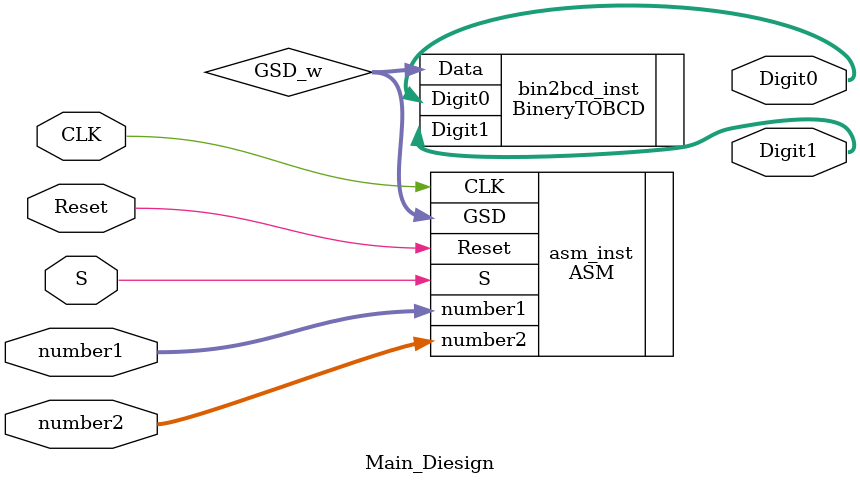
<source format=v>
module Main_Diesign (
    input [4:0] number1,
    input [4:0] number2,
    input CLK,
    input Reset,
    input S,
    output [3:0] Digit0,
    output [3:0] Digit1
);

    wire [4:0] GSD_w;


    ASM asm_inst (
        .number1(number1),
        .number2(number2),
        .CLK(CLK),
        .Reset(Reset),
        .S(S),
        .GSD(GSD_w)
    );

   
    BineryTOBCD bin2bcd_inst (
        .Data(GSD_w),
        .Digit0(Digit0),
        .Digit1(Digit1)
    );

endmodule

</source>
